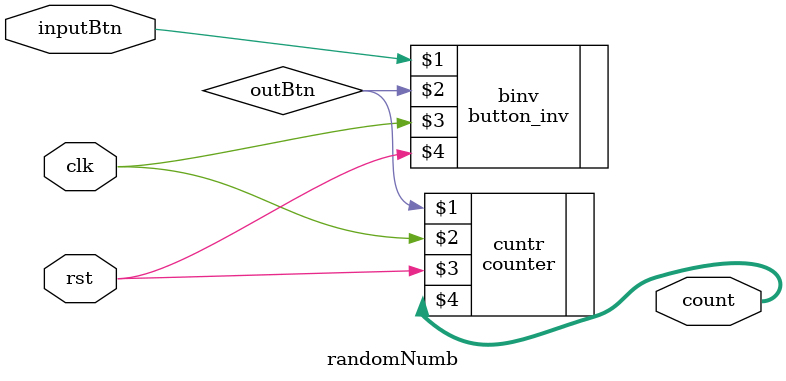
<source format=v>

module randomNumb(inputBtn,rst,clk,count);
input inputBtn;
input rst,clk;
output [3:0]count;

wire outBtn;


button_inv binv(inputBtn , outBtn, clk, rst);
counter cuntr(outBtn,clk,rst,count);

endmodule 
</source>
